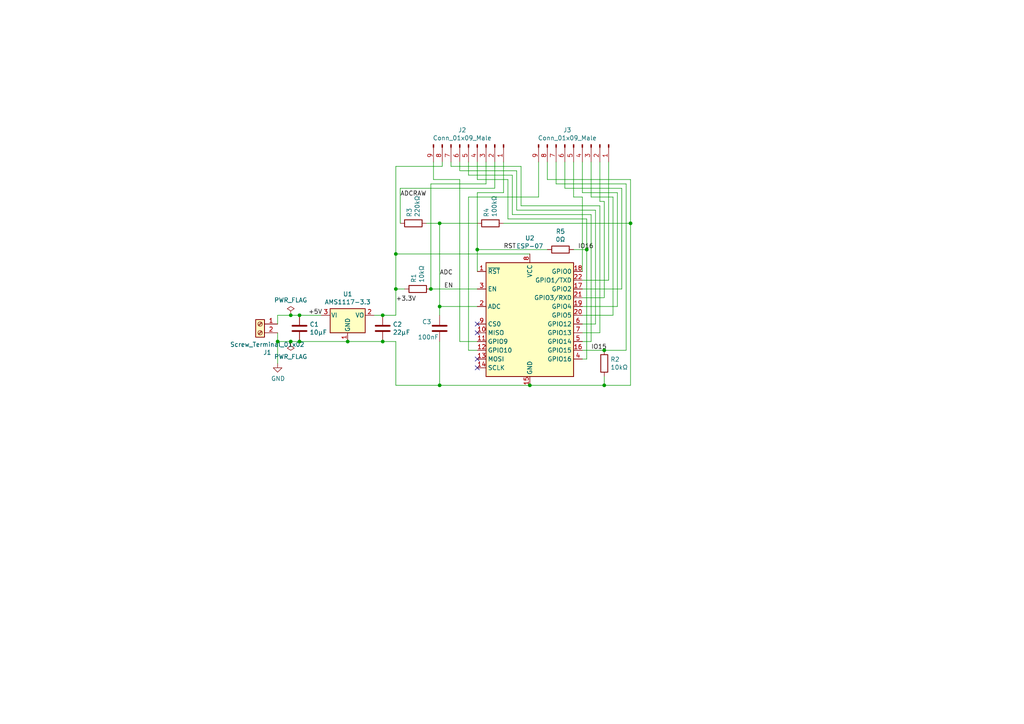
<source format=kicad_sch>
(kicad_sch (version 20211123) (generator eeschema)
  (paper "A4")
  (lib_symbols
    (symbol "Connector:Conn_01x09_Male" (pin_names (offset 1.016) hide)
      (property "Reference" "J" (at 0 12.7 0))
      (property "Value" "Conn_01x09_Male" (at 0 -12.7 0))
      (symbol "Conn_01x09_Male_1_1"
        (polyline (pts (xy 1.27 -10.16) (xy 0.8636 -10.16)) (stroke (width 0.1524)))
        (polyline (pts (xy 1.27 -7.62) (xy 0.8636 -7.62)) (stroke (width 0.1524)))
        (polyline (pts (xy 1.27 -5.08) (xy 0.8636 -5.08)) (stroke (width 0.1524)))
        (polyline (pts (xy 1.27 -2.54) (xy 0.8636 -2.54)) (stroke (width 0.1524)))
        (polyline (pts (xy 1.27 0) (xy 0.8636 0)) (stroke (width 0.1524)))
        (polyline (pts (xy 1.27 2.54) (xy 0.8636 2.54)) (stroke (width 0.1524)))
        (polyline (pts (xy 1.27 5.08) (xy 0.8636 5.08)) (stroke (width 0.1524)))
        (polyline (pts (xy 1.27 7.62) (xy 0.8636 7.62)) (stroke (width 0.1524)))
        (polyline (pts (xy 1.27 10.16) (xy 0.8636 10.16)) (stroke (width 0.1524)))
        (rectangle (start 0.8636 -10.033) (end 0 -10.287) (stroke (width 0.1524)) (fill (type outline)))
        (rectangle (start 0.8636 -7.493) (end 0 -7.747) (stroke (width 0.1524)) (fill (type outline)))
        (rectangle (start 0.8636 -4.953) (end 0 -5.207) (stroke (width 0.1524)) (fill (type outline)))
        (rectangle (start 0.8636 -2.413) (end 0 -2.667) (stroke (width 0.1524)) (fill (type outline)))
        (rectangle (start 0.8636 0.127) (end 0 -0.127) (stroke (width 0.1524)) (fill (type outline)))
        (rectangle (start 0.8636 2.667) (end 0 2.413) (stroke (width 0.1524)) (fill (type outline)))
        (rectangle (start 0.8636 5.207) (end 0 4.953) (stroke (width 0.1524)) (fill (type outline)))
        (rectangle (start 0.8636 7.747) (end 0 7.493) (stroke (width 0.1524)) (fill (type outline)))
        (rectangle (start 0.8636 10.287) (end 0 10.033) (stroke (width 0.1524)) (fill (type outline)))
        (pin passive line (at 5.08 10.16 180) (length 3.81) (name "Pin_1") (number "1"))
        (pin passive line (at 5.08 7.62 180) (length 3.81) (name "Pin_2") (number "2"))
        (pin passive line (at 5.08 5.08 180) (length 3.81) (name "Pin_3") (number "3"))
        (pin passive line (at 5.08 2.54 180) (length 3.81) (name "Pin_4") (number "4"))
        (pin passive line (at 5.08 0 180) (length 3.81) (name "Pin_5") (number "5"))
        (pin passive line (at 5.08 -2.54 180) (length 3.81) (name "Pin_6") (number "6"))
        (pin passive line (at 5.08 -5.08 180) (length 3.81) (name "Pin_7") (number "7"))
        (pin passive line (at 5.08 -7.62 180) (length 3.81) (name "Pin_8") (number "8"))
        (pin passive line (at 5.08 -10.16 180) (length 3.81) (name "Pin_9") (number "9"))
      )
    )
    (symbol "Connector:Screw_Terminal_01x02" (pin_names (offset 1.016) hide)
      (property "Reference" "J" (at 0 2.54 0))
      (property "Value" "Screw_Terminal_01x02" (at 0 -5.08 0))
      (symbol "Screw_Terminal_01x02_1_1"
        (rectangle (start -1.27 1.27) (end 1.27 -3.81) (stroke (width 0.254)) (fill (type background)))
        (circle (center 0 -2.54) (radius 0.635) (stroke (width 0.1524)))
        (polyline (pts (xy -0.5334 -2.2098) (xy 0.3302 -3.048)) (stroke (width 0.1524)))
        (polyline (pts (xy -0.5334 0.3302) (xy 0.3302 -0.508)) (stroke (width 0.1524)))
        (polyline (pts (xy -0.3556 -2.032) (xy 0.508 -2.8702)) (stroke (width 0.1524)))
        (polyline (pts (xy -0.3556 0.508) (xy 0.508 -0.3302)) (stroke (width 0.1524)))
        (circle (center 0 0) (radius 0.635) (stroke (width 0.1524)))
        (pin passive line (at -5.08 0 0) (length 3.81) (name "Pin_1") (number "1"))
        (pin passive line (at -5.08 -2.54 0) (length 3.81) (name "Pin_2") (number "2"))
      )
    )
    (symbol "Device:C" (pin_numbers hide) (pin_names (offset 0.254))
      (property "Reference" "C" (at 0.635 2.54 0))
      (property "Value" "C" (at 0.635 -2.54 0))
      (symbol "C_0_1"
        (polyline (pts (xy -2.032 -0.762) (xy 2.032 -0.762)) (stroke (width 0.508)))
        (polyline (pts (xy -2.032 0.762) (xy 2.032 0.762)) (stroke (width 0.508)))
      )
      (symbol "C_1_1"
        (pin passive line (at 0 3.81 270) (length 2.794) (name "~") (number "1"))
        (pin passive line (at 0 -3.81 90) (length 2.794) (name "~") (number "2"))
      )
    )
    (symbol "Device:R" (pin_numbers hide) (pin_names (offset 0))
      (property "Reference" "R" (at 2.032 0 90))
      (property "Value" "R" (at 0 0 90))
      (symbol "R_0_1"
        (rectangle (start -1.016 -2.54) (end 1.016 2.54) (stroke (width 0.254)))
      )
      (symbol "R_1_1"
        (pin passive line (at 0 3.81 270) (length 1.27) (name "~") (number "1"))
        (pin passive line (at 0 -3.81 90) (length 1.27) (name "~") (number "2"))
      )
    )
    (symbol "RF_Module:ESP-12F"
      (property "Reference" "U" (at -12.7 19.05 0))
      (property "Value" "ESP-12F" (at 12.7 19.05 0))
      (symbol "ESP-12F_0_1"
        (rectangle (start -12.7 17.78) (end 12.7 -15.24) (stroke (width 0.254)) (fill (type background)))
      )
      (symbol "ESP-12F_1_1"
        (pin input line (at -15.24 15.24 0) (length 2.54) (name "~{RST}") (number "1"))
        (pin bidirectional line (at -15.24 -2.54 0) (length 2.54) (name "MISO") (number "10"))
        (pin bidirectional line (at -15.24 -5.08 0) (length 2.54) (name "GPIO9") (number "11"))
        (pin bidirectional line (at -15.24 -7.62 0) (length 2.54) (name "GPIO10") (number "12"))
        (pin bidirectional line (at -15.24 -10.16 0) (length 2.54) (name "MOSI") (number "13"))
        (pin bidirectional line (at -15.24 -12.7 0) (length 2.54) (name "SCLK") (number "14"))
        (pin power_in line (at 0 -17.78 90) (length 2.54) (name "GND") (number "15"))
        (pin bidirectional line (at 15.24 -7.62 180) (length 2.54) (name "GPIO15") (number "16"))
        (pin bidirectional line (at 15.24 10.16 180) (length 2.54) (name "GPIO2") (number "17"))
        (pin bidirectional line (at 15.24 15.24 180) (length 2.54) (name "GPIO0") (number "18"))
        (pin bidirectional line (at 15.24 5.08 180) (length 2.54) (name "GPIO4") (number "19"))
        (pin input line (at -15.24 5.08 0) (length 2.54) (name "ADC") (number "2"))
        (pin bidirectional line (at 15.24 2.54 180) (length 2.54) (name "GPIO5") (number "20"))
        (pin bidirectional line (at 15.24 7.62 180) (length 2.54) (name "GPIO3/RXD") (number "21"))
        (pin bidirectional line (at 15.24 12.7 180) (length 2.54) (name "GPIO1/TXD") (number "22"))
        (pin input line (at -15.24 10.16 0) (length 2.54) (name "EN") (number "3"))
        (pin bidirectional line (at 15.24 -10.16 180) (length 2.54) (name "GPIO16") (number "4"))
        (pin bidirectional line (at 15.24 -5.08 180) (length 2.54) (name "GPIO14") (number "5"))
        (pin bidirectional line (at 15.24 0 180) (length 2.54) (name "GPIO12") (number "6"))
        (pin bidirectional line (at 15.24 -2.54 180) (length 2.54) (name "GPIO13") (number "7"))
        (pin power_in line (at 0 20.32 270) (length 2.54) (name "VCC") (number "8"))
        (pin input line (at -15.24 0 0) (length 2.54) (name "CS0") (number "9"))
      )
    )
    (symbol "Regulator_Linear:AMS1117-3.3" (pin_names (offset 0.254))
      (property "Reference" "U" (at -3.81 3.175 0))
      (property "Value" "AMS1117-3.3" (at 0 3.175 0))
      (symbol "AMS1117-3.3_0_1"
        (rectangle (start -5.08 -5.08) (end 5.08 1.905) (stroke (width 0.254)) (fill (type background)))
      )
      (symbol "AMS1117-3.3_1_1"
        (pin power_in line (at 0 -7.62 90) (length 2.54) (name "GND") (number "1"))
        (pin power_out line (at 7.62 0 180) (length 2.54) (name "VO") (number "2"))
        (pin power_in line (at -7.62 0 0) (length 2.54) (name "VI") (number "3"))
      )
    )
    (symbol "power:GND" (power) (pin_names (offset 0))
      (property "Value" "GND" (at 0 -3.81 0))
      (symbol "GND_0_1"
        (polyline (pts (xy 0 0) (xy 0 -1.27) (xy 1.27 -1.27) (xy 0 -2.54) (xy -1.27 -1.27) (xy 0 -1.27)))
      )
      (symbol "GND_1_1"
        (pin power_in line (at 0 0 270) (length 0) hide (name "GND") (number "1"))
      )
    )
    (symbol "power:PWR_FLAG" (power) (pin_numbers hide) (pin_names (offset 0) hide)
      (property "Value" "PWR_FLAG" (at 0 3.81 0))
      (symbol "PWR_FLAG_0_0"
        (pin power_out line (at 0 0 90) (length 0) (name "pwr") (number "1"))
      )
      (symbol "PWR_FLAG_0_1"
        (polyline (pts (xy 0 0) (xy 0 1.27) (xy -1.016 1.905) (xy 0 2.54) (xy 1.016 1.905) (xy 0 1.27)))
      )
    )
  )
  (junction (at 175.26 101.6))
  (junction (at 182.88 64.77))
  (junction (at 175.26 111.76))
  (junction (at 153.67 111.76))
  (junction (at 138.43 72.39))
  (junction (at 124.968 83.82))
  (junction (at 100.838 99.06))
  (junction (at 80.518 99.06))
  (junction (at 114.808 83.82))
  (junction (at 114.808 73.66))
  (junction (at 84.328 91.44))
  (junction (at 86.868 99.06))
  (junction (at 127.508 88.9))
  (junction (at 110.998 91.44))
  (junction (at 84.328 99.06))
  (junction (at 110.998 99.06))
  (junction (at 170.18 72.39))
  (junction (at 127.508 111.76))
  (junction (at 86.868 91.44))
  (junction (at 127.508 64.77))
  (no_connect (at 138.43 106.68))
  (no_connect (at 138.43 96.52))
  (no_connect (at 138.43 104.14))
  (no_connect (at 138.43 93.98))
  (wire (pts (xy 93.218 91.44) (xy 86.868 91.44)))
  (wire (pts (xy 172.72 93.98) (xy 168.91 93.98)))
  (wire (pts (xy 127.508 111.76) (xy 153.67 111.76)))
  (wire (pts (xy 135.89 50.8) (xy 148.59 50.8)))
  (wire (pts (xy 146.05 46.99) (xy 146.05 55.88)))
  (wire (pts (xy 114.808 73.66) (xy 114.808 48.26)))
  (wire (pts (xy 149.86 49.53) (xy 149.86 60.96)))
  (wire (pts (xy 175.26 58.42) (xy 173.99 58.42)))
  (wire (pts (xy 168.91 78.74) (xy 168.91 57.15)))
  (wire (pts (xy 166.37 46.99) (xy 166.37 57.15)))
  (wire (pts (xy 175.26 109.22) (xy 175.26 111.76)))
  (wire (pts (xy 80.518 91.44) (xy 80.518 93.98)))
  (wire (pts (xy 124.968 83.82) (xy 138.43 83.82)))
  (wire (pts (xy 168.91 57.15) (xy 166.37 57.15)))
  (wire (pts (xy 80.518 91.44) (xy 84.328 91.44)))
  (wire (pts (xy 182.88 111.76) (xy 175.26 111.76)))
  (wire (pts (xy 138.43 46.99) (xy 138.43 52.07)))
  (wire (pts (xy 168.91 91.44) (xy 177.8 91.44)))
  (wire (pts (xy 80.518 99.06) (xy 80.518 105.41)))
  (wire (pts (xy 175.26 101.6) (xy 181.61 101.6)))
  (wire (pts (xy 176.53 46.99) (xy 176.53 81.28)))
  (wire (pts (xy 175.26 111.76) (xy 153.67 111.76)))
  (wire (pts (xy 153.67 73.66) (xy 114.808 73.66)))
  (wire (pts (xy 127.508 88.9) (xy 127.508 91.44)))
  (wire (pts (xy 127.508 64.77) (xy 138.43 64.77)))
  (wire (pts (xy 135.89 46.99) (xy 135.89 50.8)))
  (wire (pts (xy 148.59 50.8) (xy 148.59 62.23)))
  (wire (pts (xy 172.72 60.96) (xy 172.72 93.98)))
  (wire (pts (xy 143.51 46.99) (xy 143.51 54.61)))
  (wire (pts (xy 158.75 46.99) (xy 158.75 52.07)))
  (wire (pts (xy 171.45 62.23) (xy 171.45 99.06)))
  (wire (pts (xy 110.998 99.06) (xy 100.838 99.06)))
  (wire (pts (xy 114.808 91.44) (xy 110.998 91.44)))
  (wire (pts (xy 151.13 59.69) (xy 173.99 59.69)))
  (wire (pts (xy 181.61 101.6) (xy 181.61 53.34)))
  (wire (pts (xy 84.328 91.44) (xy 86.868 91.44)))
  (wire (pts (xy 116.078 64.77) (xy 116.078 54.61)))
  (wire (pts (xy 168.91 101.6) (xy 175.26 101.6)))
  (wire (pts (xy 177.8 91.44) (xy 177.8 57.15)))
  (wire (pts (xy 125.73 46.99) (xy 125.73 52.07)))
  (wire (pts (xy 147.32 52.07) (xy 147.32 63.5)))
  (wire (pts (xy 179.07 88.9) (xy 179.07 55.88)))
  (wire (pts (xy 170.18 63.5) (xy 170.18 72.39)))
  (wire (pts (xy 138.43 55.88) (xy 138.43 72.39)))
  (wire (pts (xy 124.968 53.34) (xy 124.968 83.82)))
  (wire (pts (xy 114.808 73.66) (xy 114.808 83.82)))
  (wire (pts (xy 173.99 96.52) (xy 168.91 96.52)))
  (wire (pts (xy 161.29 46.99) (xy 161.29 53.34)))
  (wire (pts (xy 180.34 83.82) (xy 180.34 54.61)))
  (wire (pts (xy 127.508 99.06) (xy 127.508 111.76)))
  (wire (pts (xy 127.508 88.9) (xy 138.43 88.9)))
  (wire (pts (xy 180.34 54.61) (xy 163.83 54.61)))
  (wire (pts (xy 133.35 49.53) (xy 149.86 49.53)))
  (wire (pts (xy 156.21 57.15) (xy 156.21 46.99)))
  (wire (pts (xy 170.18 104.14) (xy 168.91 104.14)))
  (wire (pts (xy 181.61 53.34) (xy 161.29 53.34)))
  (wire (pts (xy 117.348 83.82) (xy 114.808 83.82)))
  (wire (pts (xy 138.43 52.07) (xy 147.32 52.07)))
  (wire (pts (xy 133.35 46.99) (xy 133.35 49.53)))
  (wire (pts (xy 135.89 101.6) (xy 135.89 57.15)))
  (wire (pts (xy 128.27 46.99) (xy 128.27 48.26)))
  (wire (pts (xy 80.518 99.06) (xy 84.328 99.06)))
  (wire (pts (xy 168.91 83.82) (xy 180.34 83.82)))
  (wire (pts (xy 124.968 53.34) (xy 140.97 53.34)))
  (wire (pts (xy 110.998 91.44) (xy 108.458 91.44)))
  (wire (pts (xy 168.91 86.36) (xy 175.26 86.36)))
  (wire (pts (xy 163.83 46.99) (xy 163.83 54.61)))
  (wire (pts (xy 149.86 60.96) (xy 172.72 60.96)))
  (wire (pts (xy 158.75 52.07) (xy 182.88 52.07)))
  (wire (pts (xy 170.18 72.39) (xy 170.18 104.14)))
  (wire (pts (xy 140.97 46.99) (xy 140.97 53.34)))
  (wire (pts (xy 130.81 48.26) (xy 151.13 48.26)))
  (wire (pts (xy 133.35 52.07) (xy 125.73 52.07)))
  (wire (pts (xy 173.99 59.69) (xy 173.99 96.52)))
  (wire (pts (xy 114.808 99.06) (xy 110.998 99.06)))
  (wire (pts (xy 116.078 54.61) (xy 143.51 54.61)))
  (wire (pts (xy 158.75 72.39) (xy 138.43 72.39)))
  (wire (pts (xy 168.91 88.9) (xy 179.07 88.9)))
  (wire (pts (xy 114.808 83.82) (xy 114.808 91.44)))
  (wire (pts (xy 100.838 99.06) (xy 86.868 99.06)))
  (wire (pts (xy 114.808 111.76) (xy 114.808 99.06)))
  (wire (pts (xy 127.508 88.9) (xy 127.508 64.77)))
  (wire (pts (xy 138.43 55.88) (xy 146.05 55.88)))
  (wire (pts (xy 146.05 64.77) (xy 182.88 64.77)))
  (wire (pts (xy 171.45 99.06) (xy 168.91 99.06)))
  (wire (pts (xy 80.518 96.52) (xy 80.518 99.06)))
  (wire (pts (xy 182.88 64.77) (xy 182.88 111.76)))
  (wire (pts (xy 177.8 57.15) (xy 171.45 57.15)))
  (wire (pts (xy 135.89 57.15) (xy 156.21 57.15)))
  (wire (pts (xy 176.53 81.28) (xy 168.91 81.28)))
  (wire (pts (xy 133.35 99.06) (xy 133.35 52.07)))
  (wire (pts (xy 147.32 63.5) (xy 170.18 63.5)))
  (wire (pts (xy 123.698 64.77) (xy 127.508 64.77)))
  (wire (pts (xy 166.37 72.39) (xy 170.18 72.39)))
  (wire (pts (xy 138.43 101.6) (xy 135.89 101.6)))
  (wire (pts (xy 114.808 48.26) (xy 128.27 48.26)))
  (wire (pts (xy 168.91 46.99) (xy 168.91 55.88)))
  (wire (pts (xy 127.508 111.76) (xy 114.808 111.76)))
  (wire (pts (xy 179.07 55.88) (xy 168.91 55.88)))
  (wire (pts (xy 138.43 72.39) (xy 138.43 78.74)))
  (wire (pts (xy 148.59 62.23) (xy 171.45 62.23)))
  (wire (pts (xy 84.328 99.06) (xy 86.868 99.06)))
  (wire (pts (xy 171.45 46.99) (xy 171.45 57.15)))
  (wire (pts (xy 130.81 46.99) (xy 130.81 48.26)))
  (wire (pts (xy 175.26 86.36) (xy 175.26 58.42)))
  (wire (pts (xy 151.13 48.26) (xy 151.13 59.69)))
  (wire (pts (xy 182.88 52.07) (xy 182.88 64.77)))
  (wire (pts (xy 173.99 46.99) (xy 173.99 58.42)))
  (wire (pts (xy 138.43 99.06) (xy 133.35 99.06)))
  (label "IO15" (at 171.45 101.6 0))
  (label "+5V" (at 89.408 91.44 0))
  (label "+3.3V" (at 114.808 87.63 0))
  (label "RST" (at 146.05 72.39 0))
  (label "ADC" (at 127.508 80.01 0))
  (label "ADCRAW" (at 116.078 57.15 0))
  (label "IO16" (at 167.64 72.39 0))
  (label "EN" (at 128.778 83.82 0))
  (symbol (lib_id "RF_Module:ESP-12F") (at 153.67 93.98 0) (unit 1)
    (property "Reference" "U2" (at 153.67 69.0626 0))
    (property "Value" "ESP-07" (at 153.67 71.374 0))
    (property "Footprint" "Andys-Footprints:ESP-12-Socket-Cutout-IO9-10" (effects hide))
    (property "Datasheet" "http://wiki.ai-thinker.com/_media/esp8266/esp8266_series_modules_user_manual_v1.1.pdf" (effects hide))
  )
  (symbol (lib_id "Device:R") (at 162.56 72.39 90) (unit 1)
    (property "Reference" "R5" (at 162.56 67.1322 90))
    (property "Value" "0Ω" (at 162.56 69.4436 90))
    (property "Footprint" "Resistor_SMD:R_0805_2012Metric_Pad1.20x1.40mm_HandSolder" (effects hide))
  )
  (symbol (lib_id "power:GND") (at 80.518 105.41 0) (unit 1)
    (property "Reference" "#PWR02" (effects hide))
    (property "Value" "GND" (at 80.645 109.8042 0))
  )
  (symbol (lib_id "Device:R") (at 121.158 83.82 90) (unit 1)
    (property "Reference" "R1" (at 119.9896 82.042 0) (effects (justify left)))
    (property "Value" "10kΩ" (at 122.301 82.042 0) (effects (justify left)))
    (property "Footprint" "Resistor_SMD:R_0805_2012Metric_Pad1.20x1.40mm_HandSolder" (effects hide))
  )
  (symbol (lib_id "Device:R") (at 175.26 105.41 0) (unit 1)
    (property "Reference" "R2" (at 177.038 104.2416 0) (effects (justify left)))
    (property "Value" "10kΩ" (at 177.038 106.553 0) (effects (justify left)))
    (property "Footprint" "Resistor_SMD:R_0805_2012Metric_Pad1.20x1.40mm_HandSolder" (effects hide))
  )
  (symbol (lib_id "Device:R") (at 142.24 64.77 90) (unit 1)
    (property "Reference" "R4" (at 141.0716 62.992 0) (effects (justify left)))
    (property "Value" "100kΩ" (at 143.383 62.992 0) (effects (justify left)))
    (property "Footprint" "Resistor_SMD:R_0805_2012Metric_Pad1.20x1.40mm_HandSolder" (effects hide))
  )
  (symbol (lib_id "Device:R") (at 119.888 64.77 90) (unit 1)
    (property "Reference" "R3" (at 118.7196 62.992 0) (effects (justify left)))
    (property "Value" "220kΩ" (at 121.031 62.992 0) (effects (justify left)))
    (property "Footprint" "Resistor_SMD:R_0805_2012Metric_Pad1.20x1.40mm_HandSolder" (effects hide))
  )
  (symbol (lib_id "Device:C") (at 127.508 95.25 0) (unit 1)
    (property "Reference" "C3" (at 122.428 93.345 0) (effects (justify left)))
    (property "Value" "100nF" (at 121.158 97.79 0) (effects (justify left)))
    (property "Footprint" "Capacitor_SMD:C_0805_2012Metric_Pad1.18x1.45mm_HandSolder" (effects hide))
  )
  (symbol (lib_id "Device:C") (at 110.998 95.25 0) (unit 1)
    (property "Reference" "C2" (at 113.919 94.0816 0) (effects (justify left)))
    (property "Value" "22µF" (at 113.919 96.393 0) (effects (justify left)))
    (property "Footprint" "Capacitor_SMD:C_0805_2012Metric_Pad1.18x1.45mm_HandSolder" (effects hide))
  )
  (symbol (lib_id "Regulator_Linear:AMS1117-3.3") (at 100.838 91.44 0) (unit 1)
    (property "Reference" "U1" (at 100.838 85.2932 0))
    (property "Value" "AMS1117-3.3" (at 100.838 87.6046 0))
    (property "Footprint" "Package_TO_SOT_SMD:SOT-223-3_TabPin2" (effects hide))
    (property "Datasheet" "http://www.advanced-monolithic.com/pdf/ds1117.pdf" (effects hide))
  )
  (symbol (lib_id "Device:C") (at 86.868 95.25 0) (unit 1)
    (property "Reference" "C1" (at 89.789 94.0816 0) (effects (justify left)))
    (property "Value" "10µF" (at 89.789 96.393 0) (effects (justify left)))
    (property "Footprint" "Capacitor_SMD:C_0805_2012Metric_Pad1.18x1.45mm_HandSolder" (effects hide))
  )
  (symbol (lib_id "Connector:Conn_01x09_Male") (at 166.37 41.91 270) (unit 1)
    (property "Reference" "J3" (at 164.5412 37.719 90))
    (property "Value" "Conn_01x09_Male" (at 164.5412 40.0304 90))
    (property "Footprint" "Andys-Footprints:PinHeader_1x09_P2.54mm_Vertical-Fixed-SilkScreen" (effects hide))
  )
  (symbol (lib_id "Connector:Conn_01x09_Male") (at 135.89 41.91 270) (unit 1)
    (property "Reference" "J2" (at 134.0612 37.719 90))
    (property "Value" "Conn_01x09_Male" (at 134.0612 40.0304 90))
    (property "Footprint" "Andys-Footprints:PinHeader_1x09_P2.54mm_Vertical-Fixed-SilkScreen" (effects hide))
  )
  (symbol (lib_id "power:PWR_FLAG") (at 84.328 91.44 0) (unit 1)
    (property "Reference" "#FLG0101" (effects hide))
    (property "Value" "PWR_FLAG" (at 84.328 87.0458 0))
  )
  (symbol (lib_id "power:PWR_FLAG") (at 84.328 99.06 180) (unit 1)
    (property "Reference" "#FLG0102" (effects hide))
    (property "Value" "PWR_FLAG" (at 84.328 103.4542 0))
  )
  (symbol (lib_id "Connector:Screw_Terminal_01x02") (at 75.438 93.98 0) (mirror y) (unit 1)
    (property "Reference" "J1" (at 77.5208 102.235 0))
    (property "Value" "Screw_Terminal_01x02" (at 77.5208 99.9236 0))
    (property "Footprint" "Andys-Footprints:TerminalBlock_Phoenix_MPT-0,5-2-2.54_1x02_P2.54mm_Horizontal-removed-extra-holes" (effects hide))
  )
)
</source>
